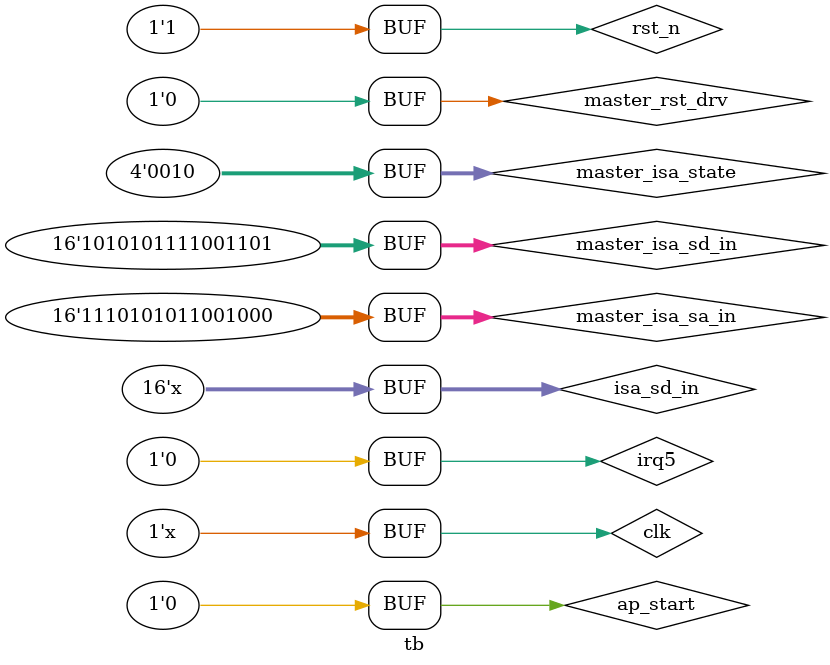
<source format=v>
`timescale 1ns / 1ps


module tb(

    );     
    reg             clk;
    reg             rst_n;            //¸´Î»ÐÅºÅ
    wire            oe_isa_sd1;        //74LVC4245Æ÷¼þÊ¹ÄÜ
    wire            oe_isa_sd2;        //74LVC4245Æ÷¼þÊ¹ÄÜ
    wire            oe_isa_sa1;        //74LVC4245Æ÷¼þÊ¹ÄÜ
    wire            oe_isa_sa2;        //74LVC4245Æ÷¼þÊ¹ÄÜ
    wire            oe_isa_in;        //74LVC4245Æ÷¼þÊ¹ÄÜ
    wire            oe_isa_out;        //74LVC4245Æ÷¼þÊ¹ÄÜ
    wire            dir_isa_sd1;    //74LVC4245·½Ïò¿ØÖÆ
    wire            dir_isa_sd2;    //74LVC4245·½Ïò¿ØÖÆ
    wire            dir_isa_sa1;    //74LVC4245·½Ïò¿ØÖÆ
    wire            dir_isa_sa2;    //74LVC4245·½Ïò¿ØÖÆ
    wire            dir_isa_in;        //74LVC4245·½Ïò¿ØÖÆ
    wire            dir_isa_out;    //74LVC4245·½Ïò¿ØÖÆ
    wire     [15:0] isa_sa;            //ISAµØÖ·ÐÅºÅ
    wire            isa_iow;        //ISAÐ´Èë¿ØÖÆÐÅºÅ
    wire            isa_ior;        //ISA¶ÁÈ¡¿ØÖÆÐÅºÅ
    //inout    [15:0]    isa_sd;
    wire            isa_rst_drv;    //ISA¸´Î»ÐÅºÅ
    wire            isa_aen;        //Ô¤Áô
    //Signal to ZYNQ
    reg             master_rst_drv;        //¸´Î»
    reg       [3:0] master_isa_state;    //ISA×´Ì¬¼Ä´æÆ÷
    reg      [15:0] master_isa_sa_in;    //AXI-ISAµØÖ·¼Ä´æÆ÷
    reg      [15:0] master_isa_sd_in;    //AXI-ISAÊý¾ÝÊäÈë¼Ä´æÆ÷
    wire     [15:0] slave_isa_rd_data;    //ISA¶ÁÈ¡Êý¾Ý¼Ä´æÆ÷(´«ÈëAXI)
    wire     [15:0] isa_status;            //ISA×´Ì¬¼Ä´æÆ÷   
    //io_isa_sd
    reg      [15:0] isa_sd_in;
    wire     [15:0] isa_sd_out;
    wire            isa_tri_en;
    reg             iocs16;
    reg             irq5;    
	reg             ap_start;
    wire            ap_done;
    wire            ap_idle;        
    
 
 	localparam IDLE 		= 4'b0000;
    localparam ISA_WRITE    = 4'b0001;
    localparam ISA_READ     = 4'b0010;
    
    localparam P = 10;
    localparam T = P*2;//Period = 10*2 ns    
       
    initial begin
        clk = 1'b0;
        rst_n = 1'b0;
        master_rst_drv = 1'b0;
        master_isa_sa_in = 16'hFFFF;
        master_isa_state = IDLE;
        master_isa_sd_in = 16'hFFFF;
        iocs16 = 1'b1;
        irq5 = 1'b0;
        ap_start = 1'b0;
        #P rst_n = 1'b1;
    end
    always #P clk = ~clk;
    
    wire isa_select = (isa_sa == 16'hEAC8);
//iocs16
    always@(*) begin
        if(isa_select)
            iocs16 = 1'b0;
        else
            iocs16 = 1'b1;
    end

    reg [15:0] ISA_MEM;
    always@(*) begin
        if(isa_select&&(isa_iow == 1'b0))
            ISA_MEM = isa_sd_out;
        else if(isa_select&&(isa_ior == 1'b0))
            isa_sd_in = ISA_MEM;
    end

//Write and Read    
    initial begin
        #(T*10) master_isa_sd_in = 16'hABCD;
        master_isa_sa_in = 16'hEAC8;
        master_isa_state = ISA_WRITE;
        ap_start = 1'b1;
        #T ap_start = 1'b0;
        #(T*10) master_isa_sa_in = 16'hEAC8;
        master_isa_state = ISA_READ;
        ap_start = 1'b1;
        #T ap_start = 1'b0;              
    end
    
    ISA_Controller U0(
        .clk_in_16m(clk),
        .rst_n(rst_n),
        .oe_isa_sd1(oe_isa_sd1),//OE_SD_N
        .oe_isa_sd2(oe_isa_sd2),
        .oe_isa_sa1(oe_isa_sa1),
        .oe_isa_sa2(oe_isa_sa2),
        .oe_isa_in(oe_isa_in),
        .oe_isa_out(oe_isa_out),
        .dir_isa_sd1(dir_isa_sd1),//DIR_SD 
        .dir_isa_sd2(dir_isa_sd2),
        .dir_isa_sa1(dir_isa_sa1),
        .dir_isa_sa2(dir_isa_sa2),
        .dir_isa_in(dir_isa_in),
        .dir_isa_out(dir_isa_out),
        .isa_sa(isa_sa),//SA
        .isa_iow(isa_iow),//IOW
        .isa_ior(isa_ior),//IOR
        //isa_sd,
        .isa_rst_drv(isa_rst_drv),
        .isa_aen(isa_aen),
        .master_rst_drv(master_rst_drv),
        .master_isa_state(master_isa_state),//Input_state: IDLE, READ,and WRITE
        .master_isa_sa_in(master_isa_sa_in),//Input SA 
        .master_isa_sd_in(master_isa_sd_in),//Input SD
        .slave_isa_rd_data(slave_isa_rd_data),//READ SD
        .isa_status(isa_status),
        .isa_sd_in(isa_sd_in),
        .isa_sd_out(isa_sd_out),
        .isa_tri_en(isa_tri_en),
        .iocs16(iocs16),
        .irq5(irq5),
        .ap_start(ap_start),
        .ap_idle(ap_idle),
        .ap_done(ap_done)
    );    
    
     
    
endmodule

</source>
